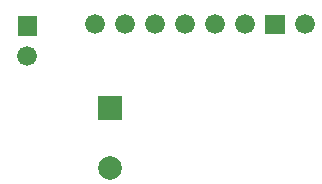
<source format=gbs>
G04 Layer: BottomSolderMaskLayer*
G04 EasyEDA v6.4.25, 2021-09-25T13:37:10+12:00*
G04 999b5c9e67184b5eb4e2c979d079c973,63364df06a3448e09d62fec64a914f60,10*
G04 Gerber Generator version 0.2*
G04 Scale: 100 percent, Rotated: No, Reflected: No *
G04 Dimensions in millimeters *
G04 leading zeros omitted , absolute positions ,4 integer and 5 decimal *
%FSLAX45Y45*%
%MOMM*%

%ADD26C,2.0020*%
%ADD32C,1.6764*%

%LPD*%
D26*
G01*
X1522806Y4386706D03*
G36*
X1422654Y4794504D02*
G01*
X1422654Y4994910D01*
X1622805Y4994910D01*
X1622805Y4794504D01*
G37*
D32*
G01*
X3175000Y5600700D03*
G36*
X2837179Y5516879D02*
G01*
X2837179Y5684520D01*
X3004820Y5684520D01*
X3004820Y5516879D01*
G37*
G01*
X2667000Y5600700D03*
G01*
X2413000Y5600700D03*
G01*
X2159000Y5600700D03*
G01*
X1905000Y5600700D03*
G01*
X1651000Y5600700D03*
G01*
X1397000Y5600700D03*
G36*
X741679Y5504179D02*
G01*
X741679Y5671820D01*
X909320Y5671820D01*
X909320Y5504179D01*
G37*
G01*
X825500Y5334000D03*
M02*

</source>
